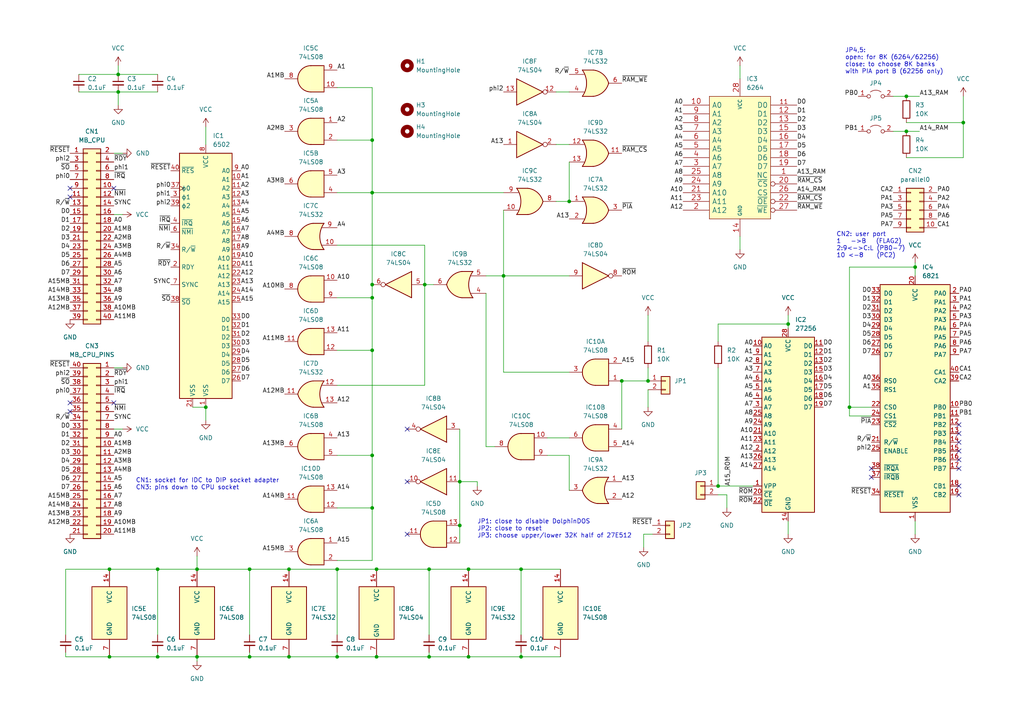
<source format=kicad_sch>
(kicad_sch (version 20211123) (generator eeschema)
  (paper "A4")
  (title_block (title "DolphinDOS3") (date "2024-05-01") (rev "2") (company "SilverDream! & YTM Enterprises") (comment 1 "https://e4aws.silverdr.com/projects/dolphindos3/") (comment 2 "by Maciej Witkowiak <ytm@elysium.pl>") (comment 3 "redrawn in KiCad with changes"))
  (junction (at 34.29 26.67))
  (junction (at 124.46 190.5))
  (junction (at 45.72 190.5))
  (junction (at 107.95 86.36))
  (junction (at 124.46 165.1))
  (junction (at 133.35 139.7))
  (junction (at 123.19 82.55))
  (junction (at 151.13 190.5))
  (junction (at 57.15 190.5))
  (junction (at 146.05 80.01))
  (junction (at 31.75 165.1))
  (junction (at 107.95 147.32))
  (junction (at 265.43 77.47))
  (junction (at 45.72 165.1))
  (junction (at 107.95 101.6))
  (junction (at 109.22 190.5))
  (junction (at 72.39 165.1))
  (junction (at 135.89 165.1))
  (junction (at 135.89 190.5))
  (junction (at 59.69 118.11))
  (junction (at 246.38 118.11))
  (junction (at 165.1 58.42))
  (junction (at 262.89 38.1))
  (junction (at 187.96 110.49))
  (junction (at 83.82 190.5))
  (junction (at 72.39 190.5))
  (junction (at 57.15 165.1))
  (junction (at 109.22 165.1))
  (junction (at 83.82 165.1))
  (junction (at 97.79 165.1))
  (junction (at 107.95 82.55))
  (junction (at 107.95 40.64))
  (junction (at 151.13 165.1))
  (junction (at 107.95 55.88))
  (junction (at 262.89 27.94))
  (junction (at 180.34 110.49))
  (junction (at 208.28 140.97))
  (junction (at 34.29 21.59))
  (junction (at 133.35 152.4))
  (junction (at 31.75 190.5))
  (junction (at 228.6 93.98))
  (junction (at 97.79 190.5))
  (junction (at 107.95 132.08))
  (junction (at 279.4 35.56))
  (no_connect (at 278.13 135.89))
  (no_connect (at 278.13 128.27))
  (no_connect (at 33.02 54.61))
  (no_connect (at 118.11 154.94))
  (no_connect (at 278.13 130.81))
  (no_connect (at 278.13 123.19))
  (no_connect (at 20.32 54.61))
  (no_connect (at 278.13 143.51))
  (no_connect (at 118.11 124.46))
  (no_connect (at 278.13 125.73))
  (no_connect (at 278.13 140.97))
  (no_connect (at 252.73 135.89))
  (no_connect (at 20.32 116.84))
  (no_connect (at 278.13 133.35))
  (no_connect (at 20.32 57.15))
  (no_connect (at 33.02 116.84))
  (no_connect (at 20.32 119.38))
  (no_connect (at 252.73 138.43))
  (no_connect (at 118.11 139.7))
  (wire (pts (xy 262.89 27.94) (xy 266.7 27.94)))
  (wire (pts (xy 228.6 151.13) (xy 228.6 154.94)))
  (wire (pts (xy 151.13 165.1) (xy 162.56 165.1)))
  (wire (pts (xy 107.95 132.08) (xy 107.95 101.6)))
  (wire (pts (xy 187.96 106.68) (xy 187.96 110.49)))
  (wire (pts (xy 140.97 80.01) (xy 146.05 80.01)))
  (wire (pts (xy 19.05 165.1) (xy 31.75 165.1)))
  (wire (pts (xy 123.19 82.55) (xy 123.19 71.12)))
  (wire (pts (xy 138.43 140.97) (xy 138.43 139.7)))
  (wire (pts (xy 214.63 19.05) (xy 214.63 22.86)))
  (wire (pts (xy 123.19 82.55) (xy 125.73 82.55)))
  (wire (pts (xy 246.38 77.47) (xy 265.43 77.47)))
  (wire (pts (xy 265.43 77.47) (xy 265.43 80.01)))
  (wire (pts (xy 45.72 165.1) (xy 45.72 184.15)))
  (wire (pts (xy 97.79 101.6) (xy 107.95 101.6)))
  (wire (pts (xy 31.75 165.1) (xy 45.72 165.1)))
  (wire (pts (xy 97.79 55.88) (xy 107.95 55.88)))
  (wire (pts (xy 135.89 190.5) (xy 151.13 190.5)))
  (wire (pts (xy 97.79 165.1) (xy 109.22 165.1)))
  (wire (pts (xy 124.46 190.5) (xy 135.89 190.5)))
  (wire (pts (xy 22.86 21.59) (xy 34.29 21.59)))
  (wire (pts (xy 165.1 142.24) (xy 165.1 132.08)))
  (wire (pts (xy 214.63 68.58) (xy 214.63 72.39)))
  (wire (pts (xy 97.79 40.64) (xy 107.95 40.64)))
  (wire (pts (xy 265.43 76.2) (xy 265.43 77.47)))
  (wire (pts (xy 72.39 165.1) (xy 83.82 165.1)))
  (wire (pts (xy 262.89 35.56) (xy 279.4 35.56)))
  (wire (pts (xy 33.02 44.45) (xy 35.56 44.45)))
  (wire (pts (xy 57.15 190.5) (xy 72.39 190.5)))
  (wire (pts (xy 161.29 26.67) (xy 165.1 26.67)))
  (wire (pts (xy 97.79 162.56) (xy 107.95 162.56)))
  (wire (pts (xy 97.79 25.4) (xy 107.95 25.4)))
  (wire (pts (xy 151.13 165.1) (xy 151.13 184.15)))
  (wire (pts (xy 97.79 147.32) (xy 107.95 147.32)))
  (wire (pts (xy 97.79 111.76) (xy 123.19 111.76)))
  (wire (pts (xy 140.97 129.54) (xy 140.97 85.09)))
  (wire (pts (xy 133.35 139.7) (xy 133.35 152.4)))
  (wire (pts (xy 33.02 106.68) (xy 35.56 106.68)))
  (wire (pts (xy 33.02 62.23) (xy 35.56 62.23)))
  (wire (pts (xy 97.79 132.08) (xy 107.95 132.08)))
  (wire (pts (xy 186.69 154.94) (xy 189.23 154.94)))
  (wire (pts (xy 180.34 110.49) (xy 187.96 110.49)))
  (wire (pts (xy 107.95 162.56) (xy 107.95 147.32)))
  (wire (pts (xy 55.88 118.11) (xy 59.69 118.11)))
  (wire (pts (xy 34.29 26.67) (xy 34.29 30.48)))
  (wire (pts (xy 124.46 165.1) (xy 135.89 165.1)))
  (wire (pts (xy 246.38 118.11) (xy 252.73 118.11)))
  (wire (pts (xy 97.79 190.5) (xy 109.22 190.5)))
  (wire (pts (xy 59.69 36.83) (xy 59.69 41.91)))
  (wire (pts (xy 31.75 190.5) (xy 45.72 190.5)))
  (wire (pts (xy 22.86 26.67) (xy 34.29 26.67)))
  (wire (pts (xy 262.89 38.1) (xy 266.7 38.1)))
  (wire (pts (xy 45.72 189.23) (xy 45.72 190.5)))
  (wire (pts (xy 161.29 41.91) (xy 165.1 41.91)))
  (wire (pts (xy 146.05 60.96) (xy 146.05 80.01)))
  (wire (pts (xy 151.13 189.23) (xy 151.13 190.5)))
  (wire (pts (xy 265.43 151.13) (xy 265.43 154.94)))
  (wire (pts (xy 72.39 190.5) (xy 83.82 190.5)))
  (wire (pts (xy 107.95 25.4) (xy 107.95 40.64)))
  (wire (pts (xy 45.72 190.5) (xy 57.15 190.5)))
  (wire (pts (xy 19.05 184.15) (xy 19.05 165.1)))
  (wire (pts (xy 146.05 80.01) (xy 165.1 80.01)))
  (wire (pts (xy 228.6 93.98) (xy 228.6 95.25)))
  (wire (pts (xy 279.4 45.72) (xy 279.4 35.56)))
  (wire (pts (xy 246.38 77.47) (xy 246.38 118.11)))
  (wire (pts (xy 262.89 45.72) (xy 279.4 45.72)))
  (wire (pts (xy 259.08 27.94) (xy 262.89 27.94)))
  (wire (pts (xy 208.28 93.98) (xy 228.6 93.98)))
  (wire (pts (xy 210.82 143.51) (xy 208.28 143.51)))
  (wire (pts (xy 59.69 118.11) (xy 59.69 121.92)))
  (wire (pts (xy 107.95 55.88) (xy 107.95 82.55)))
  (wire (pts (xy 107.95 55.88) (xy 146.05 55.88)))
  (wire (pts (xy 124.46 189.23) (xy 124.46 190.5)))
  (wire (pts (xy 107.95 101.6) (xy 107.95 86.36)))
  (wire (pts (xy 208.28 99.06) (xy 208.28 93.98)))
  (wire (pts (xy 124.46 184.15) (xy 124.46 165.1)))
  (wire (pts (xy 208.28 140.97) (xy 218.44 140.97)))
  (wire (pts (xy 151.13 190.5) (xy 162.56 190.5)))
  (wire (pts (xy 34.29 21.59) (xy 45.72 21.59)))
  (wire (pts (xy 123.19 111.76) (xy 123.19 82.55)))
  (wire (pts (xy 246.38 120.65) (xy 246.38 118.11)))
  (wire (pts (xy 123.19 71.12) (xy 97.79 71.12)))
  (wire (pts (xy 279.4 35.56) (xy 279.4 27.94)))
  (wire (pts (xy 19.05 190.5) (xy 31.75 190.5)))
  (wire (pts (xy 19.05 189.23) (xy 19.05 190.5)))
  (wire (pts (xy 187.96 113.03) (xy 187.96 118.11)))
  (wire (pts (xy 165.1 132.08) (xy 158.75 132.08)))
  (wire (pts (xy 107.95 40.64) (xy 107.95 55.88)))
  (wire (pts (xy 180.34 110.49) (xy 180.34 124.46)))
  (wire (pts (xy 72.39 189.23) (xy 72.39 190.5)))
  (wire (pts (xy 252.73 120.65) (xy 246.38 120.65)))
  (wire (pts (xy 228.6 91.44) (xy 228.6 93.98)))
  (wire (pts (xy 133.35 124.46) (xy 133.35 139.7)))
  (wire (pts (xy 83.82 165.1) (xy 97.79 165.1)))
  (wire (pts (xy 158.75 127) (xy 165.1 127)))
  (wire (pts (xy 186.69 158.75) (xy 186.69 154.94)))
  (wire (pts (xy 107.95 147.32) (xy 107.95 132.08)))
  (wire (pts (xy 161.29 58.42) (xy 165.1 58.42)))
  (wire (pts (xy 107.95 86.36) (xy 107.95 82.55)))
  (wire (pts (xy 146.05 107.95) (xy 146.05 80.01)))
  (wire (pts (xy 135.89 165.1) (xy 151.13 165.1)))
  (wire (pts (xy 165.1 46.99) (xy 165.1 58.42)))
  (wire (pts (xy 208.28 106.68) (xy 208.28 140.97)))
  (wire (pts (xy 33.02 124.46) (xy 35.56 124.46)))
  (wire (pts (xy 165.1 107.95) (xy 146.05 107.95)))
  (wire (pts (xy 45.72 165.1) (xy 57.15 165.1)))
  (wire (pts (xy 109.22 165.1) (xy 124.46 165.1)))
  (wire (pts (xy 187.96 91.44) (xy 187.96 99.06)))
  (wire (pts (xy 57.15 190.5) (xy 57.15 191.77)))
  (wire (pts (xy 97.79 189.23) (xy 97.79 190.5)))
  (wire (pts (xy 133.35 152.4) (xy 133.35 157.48)))
  (wire (pts (xy 138.43 139.7) (xy 133.35 139.7)))
  (wire (pts (xy 109.22 190.5) (xy 124.46 190.5)))
  (wire (pts (xy 97.79 86.36) (xy 107.95 86.36)))
  (wire (pts (xy 97.79 165.1) (xy 97.79 184.15)))
  (wire (pts (xy 259.08 38.1) (xy 262.89 38.1)))
  (wire (pts (xy 210.82 147.32) (xy 210.82 143.51)))
  (wire (pts (xy 34.29 19.05) (xy 34.29 21.59)))
  (wire (pts (xy 143.51 129.54) (xy 140.97 129.54)))
  (wire (pts (xy 72.39 184.15) (xy 72.39 165.1)))
  (wire (pts (xy 57.15 165.1) (xy 72.39 165.1)))
  (wire (pts (xy 57.15 161.29) (xy 57.15 165.1)))
  (wire (pts (xy 34.29 26.67) (xy 45.72 26.67)))
  (wire (pts (xy 83.82 190.5) (xy 97.79 190.5)))
  (text "CN2: user port\n1   ->B   (FLAG2)\n2:9<->C:L (PB0-7)\n10 <-8    (PC2)" (at 242.57 74.93 0) (effects (font (size 1.27 1.27)) (justify left bottom)))
  (text "JP4,5:\nopen: for 8K (6264/62256)\nclose: to choose 8K banks\nwith PIA port B (62256 only)" (at 245.11 21.59 0) (effects (font (size 1.27 1.27)) (justify left bottom)))
  (text "CN1: socket for IDC to DIP socket adapter\nCN3: pins down to CPU socket" (at 39.37 142.24 0) (effects (font (size 1.27 1.27)) (justify left bottom)))
  (text "JP1: close to disable DolphinDOS\nJP2: close to reset\nJP3: choose upper/lower 32K half of 27E512" (at 138.43 156.21 0) (effects (font (size 1.27 1.27)) (justify left bottom)))
  (label "phi0" (at 49.53 54.61 180))
  (label "A10" (at 69.85 74.93 0))
  (label "A14_RAM" (at 266.7 38.1 0))
  (label "A6" (at 198.12 45.72 180))
  (label "A12" (at 198.12 60.96 180))
  (label "A15" (at 180.34 105.41 0))
  (label "R{slash}~{W}" (at 20.32 121.92 180))
  (label "D3" (at 231.14 38.1 0))
  (label "A12" (at 97.79 116.84 0))
  (label "A7" (at 198.12 48.26 180))
  (label "A13" (at 69.85 82.55 0))
  (label "D5" (at 69.85 105.41 0))
  (label "A2" (at 218.44 105.41 180))
  (label "D1" (at 252.73 87.63 180))
  (label "A13MB" (at 82.55 129.54 180))
  (label "~{RDY}" (at 33.02 46.99 0))
  (label "phi1" (at 33.02 49.53 0))
  (label "A13" (at 146.05 41.91 180))
  (label "D3" (at 252.73 92.71 180))
  (label "D4" (at 231.14 40.64 0))
  (label "A11MB" (at 33.02 154.94 0))
  (label "D6" (at 69.85 107.95 0))
  (label "phi2" (at 252.73 130.81 180))
  (label "D5" (at 252.73 97.79 180))
  (label "PA6" (at 271.78 63.5 0))
  (label "D1" (at 20.32 64.77 180))
  (label "A12" (at 69.85 80.01 0))
  (label "~{RESET}" (at 189.23 152.4 180))
  (label "A10" (at 97.79 81.28 0))
  (label "PB0" (at 278.13 118.11 0))
  (label "PA3" (at 259.08 60.96 180))
  (label "PA1" (at 259.08 58.42 180))
  (label "D1" (at 231.14 33.02 0))
  (label "phi2" (at 20.32 46.99 180))
  (label "D2" (at 238.76 105.41 0))
  (label "~{SO}" (at 20.32 111.76 180))
  (label "R{slash}~{W}" (at 252.73 128.27 180))
  (label "D6" (at 252.73 100.33 180))
  (label "A13MB" (at 20.32 87.63 180))
  (label "A2" (at 198.12 35.56 180))
  (label "A2" (at 97.79 35.56 0))
  (label "A9" (at 218.44 123.19 180))
  (label "~{ROM}" (at 218.44 146.05 180))
  (label "A4" (at 69.85 59.69 0))
  (label "D4" (at 252.73 95.25 180))
  (label "~{NMI}" (at 33.02 119.38 0))
  (label "D0" (at 69.85 92.71 0))
  (label "A5" (at 218.44 113.03 180))
  (label "phi0" (at 20.32 114.3 180))
  (label "~{RDY}" (at 49.53 77.47 180))
  (label "D1" (at 69.85 95.25 0))
  (label "D7" (at 69.85 110.49 0))
  (label "A15_ROM" (at 212.09 140.97 90))
  (label "D1" (at 238.76 102.87 0))
  (label "~{NMI}" (at 49.53 67.31 180))
  (label "A13" (at 165.1 63.5 180))
  (label "~{ROM}" (at 218.44 143.51 180))
  (label "D3" (at 20.32 69.85 180))
  (label "A0" (at 33.02 64.77 0))
  (label "D0" (at 252.73 85.09 180))
  (label "A15MB" (at 20.32 144.78 180))
  (label "PB0" (at 248.92 27.94 180))
  (label "D1" (at 20.32 127 180))
  (label "D2" (at 20.32 129.54 180))
  (label "A15MB" (at 82.55 160.02 180))
  (label "A14MB" (at 20.32 85.09 180))
  (label "A9" (at 198.12 53.34 180))
  (label "D4" (at 20.32 134.62 180))
  (label "A10MB" (at 33.02 152.4 0))
  (label "D6" (at 231.14 45.72 0))
  (label "A10MB" (at 82.55 83.82 180))
  (label "PA7" (at 259.08 66.04 180))
  (label "A13" (at 97.79 127 0))
  (label "A1" (at 252.73 113.03 180))
  (label "A1" (at 198.12 33.02 180))
  (label "A7" (at 218.44 118.11 180))
  (label "~{ROM}" (at 180.34 80.01 0))
  (label "A6" (at 33.02 142.24 0))
  (label "A8" (at 69.85 69.85 0))
  (label "R{slash}~{W}" (at 165.1 21.59 180))
  (label "D0" (at 20.32 124.46 180))
  (label "A3MB" (at 33.02 134.62 0))
  (label "A2" (at 69.85 54.61 0))
  (label "A2MB" (at 82.55 38.1 180))
  (label "A0" (at 33.02 127 0))
  (label "PA2" (at 278.13 90.17 0))
  (label "A3" (at 218.44 107.95 180))
  (label "PA5" (at 259.08 63.5 180))
  (label "phi1" (at 33.02 111.76 0))
  (label "A6" (at 218.44 115.57 180))
  (label "A8" (at 198.12 50.8 180))
  (label "A3" (at 69.85 57.15 0))
  (label "SYNC" (at 33.02 59.69 0))
  (label "D7" (at 252.73 102.87 180))
  (label "A5" (at 198.12 43.18 180))
  (label "~{PIA}" (at 180.34 60.96 0))
  (label "A11MB" (at 82.55 99.06 180))
  (label "D2" (at 231.14 35.56 0))
  (label "A1MB" (at 33.02 129.54 0))
  (label "A11MB" (at 33.02 92.71 0))
  (label "PA2" (at 271.78 58.42 0))
  (label "D0" (at 20.32 62.23 180))
  (label "A5" (at 69.85 62.23 0))
  (label "~{PIA}" (at 252.73 123.19 180))
  (label "D7" (at 20.32 142.24 180))
  (label "A0" (at 69.85 49.53 0))
  (label "R{slash}~{W}" (at 49.53 72.39 180))
  (label "A14" (at 218.44 135.89 180))
  (label "A0" (at 198.12 30.48 180))
  (label "A15" (at 69.85 87.63 0))
  (label "A9" (at 69.85 72.39 0))
  (label "phi2" (at 49.53 59.69 180))
  (label "A4" (at 198.12 40.64 180))
  (label "A14" (at 69.85 85.09 0))
  (label "A4" (at 97.79 66.04 0))
  (label "D7" (at 238.76 118.11 0))
  (label "A15MB" (at 20.32 82.55 180))
  (label "A3MB" (at 82.55 53.34 180))
  (label "A13" (at 218.44 133.35 180))
  (label "D6" (at 20.32 139.7 180))
  (label "A12MB" (at 82.55 114.3 180))
  (label "PA0" (at 271.78 55.88 0))
  (label "SYNC" (at 49.53 82.55 180))
  (label "D4" (at 69.85 102.87 0))
  (label "~{RAM_CS}" (at 180.34 44.45 0))
  (label "A0" (at 252.73 110.49 180))
  (label "A0" (at 218.44 100.33 180))
  (label "CA1" (at 278.13 107.95 0))
  (label "D5" (at 20.32 137.16 180))
  (label "A4MB" (at 33.02 137.16 0))
  (label "A9" (at 33.02 149.86 0))
  (label "CA1" (at 271.78 66.04 0))
  (label "A1MB" (at 33.02 67.31 0))
  (label "A11" (at 97.79 96.52 0))
  (label "~{RESET}" (at 252.73 143.51 180))
  (label "A8" (at 218.44 120.65 180))
  (label "A14_RAM" (at 231.14 55.88 0))
  (label "PB1" (at 248.92 38.1 180))
  (label "~{RAM_CS}" (at 231.14 53.34 0))
  (label "R{slash}~{W}" (at 20.32 59.69 180))
  (label "~{RESET}" (at 20.32 106.68 180))
  (label "A5" (at 33.02 77.47 0))
  (label "A7" (at 33.02 82.55 0))
  (label "phi0" (at 20.32 52.07 180))
  (label "A8" (at 33.02 147.32 0))
  (label "D4" (at 238.76 110.49 0))
  (label "A14" (at 97.79 142.24 0))
  (label "~{RESET}" (at 20.32 44.45 180))
  (label "PA5" (at 278.13 97.79 0))
  (label "A13_RAM" (at 266.7 27.94 0))
  (label "A12MB" (at 20.32 152.4 180))
  (label "A4MB" (at 33.02 74.93 0))
  (label "A14" (at 180.34 129.54 0))
  (label "A10" (at 218.44 125.73 180))
  (label "A14MB" (at 20.32 147.32 180))
  (label "phi2" (at 146.05 26.67 180))
  (label "A4MB" (at 82.55 68.58 180))
  (label "A4" (at 218.44 110.49 180))
  (label "A9" (at 33.02 87.63 0))
  (label "PA4" (at 278.13 95.25 0))
  (label "~{NMI}" (at 33.02 57.15 0))
  (label "CA2" (at 259.08 55.88 180))
  (label "A6" (at 33.02 80.01 0))
  (label "D5" (at 20.32 74.93 180))
  (label "A3" (at 97.79 50.8 0))
  (label "A8" (at 33.02 85.09 0))
  (label "A15" (at 97.79 157.48 0))
  (label "CA2" (at 278.13 110.49 0))
  (label "A1MB" (at 82.55 22.86 180))
  (label "A1" (at 69.85 52.07 0))
  (label "A10" (at 198.12 55.88 180))
  (label "PA7" (at 278.13 102.87 0))
  (label "PA6" (at 278.13 100.33 0))
  (label "A2MB" (at 33.02 132.08 0))
  (label "~{RAM_CS}" (at 231.14 58.42 0))
  (label "D5" (at 238.76 113.03 0))
  (label "phi1" (at 49.53 57.15 180))
  (label "~{IRQ}" (at 49.53 64.77 180))
  (label "A7" (at 33.02 144.78 0))
  (label "PB1" (at 278.13 120.65 0))
  (label "~{RAM_WE}" (at 180.34 24.13 0))
  (label "PA1" (at 278.13 87.63 0))
  (label "D3" (at 238.76 107.95 0))
  (label "A12" (at 218.44 130.81 180))
  (label "PA0" (at 278.13 85.09 0))
  (label "A11" (at 69.85 77.47 0))
  (label "A6" (at 69.85 64.77 0))
  (label "A10MB" (at 33.02 90.17 0))
  (label "PA3" (at 278.13 92.71 0))
  (label "~{SO}" (at 49.53 87.63 180))
  (label "~{IRQ}" (at 33.02 114.3 0))
  (label "D7" (at 231.14 48.26 0))
  (label "D4" (at 20.32 72.39 180))
  (label "D6" (at 20.32 77.47 180))
  (label "A1" (at 97.79 20.32 0))
  (label "A5" (at 33.02 139.7 0))
  (label "A12" (at 180.34 144.78 0))
  (label "SYNC" (at 33.02 121.92 0))
  (label "D2" (at 252.73 90.17 180))
  (label "D2" (at 20.32 67.31 180))
  (label "A1" (at 218.44 102.87 180))
  (label "A13" (at 180.34 139.7 0))
  (label "A7" (at 69.85 67.31 0))
  (label "D5" (at 231.14 43.18 0))
  (label "D3" (at 20.32 132.08 180))
  (label "A13MB" (at 20.32 149.86 180))
  (label "A14MB" (at 82.55 144.78 180))
  (label "A13_RAM" (at 231.14 50.8 0))
  (label "D6" (at 238.76 115.57 0))
  (label "D3" (at 69.85 100.33 0))
  (label "D0" (at 238.76 100.33 0))
  (label "A3" (at 198.12 38.1 180))
  (label "A11" (at 218.44 128.27 180))
  (label "phi2" (at 20.32 109.22 180))
  (label "D2" (at 69.85 97.79 0))
  (label "A3MB" (at 33.02 72.39 0))
  (label "~{RDY}" (at 33.02 109.22 0))
  (label "D7" (at 20.32 80.01 180))
  (label "~{RAM_WE}" (at 231.14 60.96 0))
  (label "PA4" (at 271.78 60.96 0))
  (label "A11" (at 198.12 58.42 180))
  (label "~{SO}" (at 20.32 49.53 180))
  (label "A2MB" (at 33.02 69.85 0))
  (label "D0" (at 231.14 30.48 0))
  (label "~{RESET}" (at 49.53 49.53 180))
  (label "A12MB" (at 20.32 90.17 180))
  (label "~{IRQ}" (at 33.02 52.07 0))
  (symbol (lib_id "74xx:74LS32") (at 133.35 82.55 180) (unit 2)
    (property "Reference" "IC9" (at 133.35 73.66 0))
    (property "Value" "74LS32" (at 133.35 76.2 0))
    (property "Footprint" "Package_DIP:DIP-14_W7.62mm_Socket" (effects hide))
    (property "Datasheet" "http://www.ti.com/lit/gpn/sn74LS32" (effects hide))
  )
  (symbol (lib_id "power:GND") (at 186.69 158.75 0) (unit 1)
    (property "Reference" "#PWR0101" (effects hide))
    (property "Value" "GND" (at 186.69 163.83 0))
  )
  (symbol (lib_id "74xx:74LS08") (at 172.72 127 0) (mirror y) (unit 2)
    (property "Reference" "IC10" (at 172.72 118.11 0))
    (property "Value" "74LS08" (at 172.72 120.65 0))
    (property "Footprint" "Package_DIP:DIP-14_W7.62mm_Socket" (effects hide))
    (property "Datasheet" "http://www.ti.com/lit/gpn/sn74LS08" (effects hide))
  )
  (symbol (lib_id "power:GND") (at 20.32 154.94 0) (unit 1)
    (property "Reference" "#PWR018" (effects hide))
    (property "Value" "GND" (at 20.32 160.02 0))
  )
  (symbol (lib_id "74xx:74LS08") (at 90.17 129.54 0) (mirror y) (unit 2)
    (property "Reference" "IC6" (at 90.17 120.65 0))
    (property "Value" "74LS08" (at 90.17 123.19 0))
    (property "Footprint" "Package_DIP:DIP-14_W7.62mm_Socket" (effects hide))
    (property "Datasheet" "http://www.ti.com/lit/gpn/sn74LS08" (effects hide))
  )
  (symbol (lib_id "Connector_Generic:Conn_01x02") (at 203.2 140.97 0) (mirror y) (unit 1)
    (property "Reference" "JP3" (at 203.2 137.16 0))
    (property "Value" "Conn_01x02" (effects hide))
    (property "Footprint" "Connector_PinHeader_2.54mm:PinHeader_1x02_P2.54mm_Vertical" (effects hide))
  )
  (symbol (lib_id "74xx:74LS08") (at 90.17 22.86 0) (mirror y) (unit 3)
    (property "Reference" "IC5" (at 90.17 13.97 0))
    (property "Value" "74LS08" (at 90.17 16.51 0))
    (property "Footprint" "Package_DIP:DIP-14_W7.62mm_Socket" (effects hide))
    (property "Datasheet" "http://www.ti.com/lit/gpn/sn74LS08" (effects hide))
  )
  (symbol (lib_id "Mechanical:MountingHole") (at 118.11 31.75 0) (unit 1)
    (property "Reference" "H3" (at 120.65 30.4799 0) (effects (justify left)))
    (property "Value" "MountingHole" (at 120.65 33.0199 0) (effects (justify left)))
    (property "Footprint" "MountingHole:MountingHole_3mm" (effects hide))
  )
  (symbol (lib_id "Device:C_Small") (at 19.05 186.69 0) (unit 1)
    (property "Reference" "C5" (at 21.59 185.4262 0) (effects (justify left)))
    (property "Value" "0.1uF" (at 21.59 187.9662 0) (effects (justify left)))
    (property "Footprint" "Capacitor_THT:C_Disc_D3.4mm_W2.1mm_P2.50mm" (effects hide))
  )
  (symbol (lib_id "74xx:74LS08") (at 90.17 144.78 180) (unit 4)
    (property "Reference" "IC10" (at 90.17 135.89 0))
    (property "Value" "74LS08" (at 90.17 138.43 0))
    (property "Footprint" "Package_DIP:DIP-14_W7.62mm_Socket" (effects hide))
    (property "Datasheet" "http://www.ti.com/lit/gpn/sn74LS08" (effects hide))
  )
  (symbol (lib_id "power:VCC") (at 34.29 19.05 0) (unit 1)
    (property "Reference" "#PWR016" (effects hide))
    (property "Value" "VCC" (at 34.29 13.97 0))
  )
  (symbol (lib_id "74xx:74LS04") (at 153.67 26.67 0) (unit 6)
    (property "Reference" "IC8" (at 153.67 17.78 0))
    (property "Value" "74LS04" (at 153.67 20.32 0))
    (property "Footprint" "Package_DIP:DIP-14_W7.62mm_Socket" (effects hide))
    (property "Datasheet" "http://www.ti.com/lit/gpn/sn74LS04" (effects hide))
  )
  (symbol (lib_id "Device:R") (at 187.96 102.87 180) (unit 1)
    (property "Reference" "R1" (at 190.5 101.5999 0) (effects (justify right)))
    (property "Value" "10K" (at 190.5 104.1399 0) (effects (justify right)))
    (property "Footprint" "Resistor_THT:R_Axial_DIN0207_L6.3mm_D2.5mm_P7.62mm_Horizontal" (effects hide))
  )
  (symbol (lib_id "Device:R") (at 262.89 41.91 180) (unit 1)
    (property "Reference" "R4" (at 265.43 40.6399 0) (effects (justify right)))
    (property "Value" "10K" (at 265.43 43.1799 0) (effects (justify right)))
    (property "Footprint" "Resistor_THT:R_Axial_DIN0207_L6.3mm_D2.5mm_P7.62mm_Horizontal" (effects hide))
  )
  (symbol (lib_id "74xx:74LS04") (at 125.73 124.46 180) (unit 2)
    (property "Reference" "IC8" (at 125.73 115.57 0))
    (property "Value" "74LS04" (at 125.73 118.11 0))
    (property "Footprint" "Package_DIP:DIP-14_W7.62mm_Socket" (effects hide))
    (property "Datasheet" "http://www.ti.com/lit/gpn/sn74LS04" (effects hide))
  )
  (symbol (lib_id "Jumper:Jumper_2_Open") (at 254 27.94 0) (unit 1)
    (property "Reference" "JP4" (at 254 24.13 0))
    (property "Value" "Jumper_2_Open" (effects hide))
    (property "Footprint" "Connector_PinHeader_2.54mm:PinHeader_1x02_P2.54mm_Vertical" (effects hide))
  )
  (symbol (lib_id "power:GND") (at 210.82 147.32 0) (mirror y) (unit 1)
    (property "Reference" "#PWR022" (effects hide))
    (property "Value" "GND" (at 210.82 152.4 0))
  )
  (symbol (lib_id "Device:C_Small") (at 34.29 24.13 0) (unit 1)
    (property "Reference" "C3" (at 36.83 22.8662 0) (effects (justify left)))
    (property "Value" "0.1uF" (at 36.83 25.4062 0) (effects (justify left)))
    (property "Footprint" "Capacitor_THT:C_Disc_D3.4mm_W2.1mm_P2.50mm" (effects hide))
  )
  (symbol (lib_id "power:VCC") (at 228.6 91.44 0) (unit 1)
    (property "Reference" "#PWR012" (effects hide))
    (property "Value" "VCC" (at 228.6 86.36 0))
  )
  (symbol (lib_id "74xx:74LS32") (at 172.72 60.96 0) (unit 1)
    (property "Reference" "IC7" (at 172.72 52.07 0))
    (property "Value" "74LS32" (at 172.72 54.61 0))
    (property "Footprint" "Package_DIP:DIP-14_W7.62mm_Socket" (effects hide))
    (property "Datasheet" "http://www.ti.com/lit/gpn/sn74LS32" (effects hide))
  )
  (symbol (lib_id "power:GND") (at 35.56 106.68 90) (unit 1)
    (property "Reference" "#PWR019" (effects hide))
    (property "Value" "GND" (at 39.37 106.6799 90) (effects (justify right)))
  )
  (symbol (lib_id "74xx:74LS04") (at 115.57 82.55 0) (mirror y) (unit 3)
    (property "Reference" "IC8" (at 115.57 73.66 0))
    (property "Value" "74LS04" (at 115.57 76.2 0))
    (property "Footprint" "Package_DIP:DIP-14_W7.62mm_Socket" (effects hide))
    (property "Datasheet" "http://www.ti.com/lit/gpn/sn74LS04" (effects hide))
  )
  (symbol (lib_id "power:VCC") (at 57.15 161.29 0) (unit 1)
    (property "Reference" "#PWR04" (effects hide))
    (property "Value" "VCC" (at 57.15 156.21 0))
  )
  (symbol (lib_id "74xx:74LS08") (at 90.17 99.06 180) (unit 4)
    (property "Reference" "IC6" (at 90.17 90.17 0))
    (property "Value" "74LS08" (at 90.17 92.71 0))
    (property "Footprint" "Package_DIP:DIP-14_W7.62mm_Socket" (effects hide))
    (property "Datasheet" "http://www.ti.com/lit/gpn/sn74LS08" (effects hide))
  )
  (symbol (lib_id "power:GND") (at 57.15 191.77 0) (unit 1)
    (property "Reference" "#PWR05" (effects hide))
    (property "Value" "GND" (at 57.15 196.85 0))
  )
  (symbol (lib_id "74xx:74LS08") (at 90.17 160.02 0) (mirror y) (unit 1)
    (property "Reference" "IC6" (at 90.17 151.13 0))
    (property "Value" "74LS08" (at 90.17 153.67 0))
    (property "Footprint" "Package_DIP:DIP-14_W7.62mm_Socket" (effects hide))
    (property "Datasheet" "http://www.ti.com/lit/gpn/sn74LS08" (effects hide))
  )
  (symbol (lib_id "Mechanical:MountingHole") (at 118.11 38.1 0) (unit 1)
    (property "Reference" "H4" (at 120.65 36.8299 0) (effects (justify left)))
    (property "Value" "MountingHole" (at 120.65 39.3699 0) (effects (justify left)))
    (property "Footprint" "MountingHole:MountingHole_3mm" (effects hide))
  )
  (symbol (lib_id "74xx:74LS32") (at 90.17 68.58 0) (mirror y) (unit 3)
    (property "Reference" "IC7" (at 90.17 59.69 0))
    (property "Value" "74LS32" (at 90.17 62.23 0))
    (property "Footprint" "Package_DIP:DIP-14_W7.62mm_Socket" (effects hide))
    (property "Datasheet" "http://www.ti.com/lit/gpn/sn74LS32" (effects hide))
  )
  (symbol (lib_id "power:GND") (at 34.29 30.48 0) (unit 1)
    (property "Reference" "#PWR017" (effects hide))
    (property "Value" "GND" (at 34.29 35.56 0))
  )
  (symbol (lib_id "power:GND") (at 138.43 140.97 0) (unit 1)
    (property "Reference" "#PWR021" (effects hide))
    (property "Value" "GND" (at 138.43 146.05 0))
  )
  (symbol (lib_id "Device:C_Small") (at 72.39 186.69 0) (unit 1)
    (property "Reference" "C7" (at 74.93 185.4262 0) (effects (justify left)))
    (property "Value" "0.1uF" (at 74.93 187.9662 0) (effects (justify left)))
    (property "Footprint" "Capacitor_THT:C_Disc_D3.4mm_W2.1mm_P2.50mm" (effects hide))
  )
  (symbol (lib_id "Connector_Generic:Conn_02x05_Odd_Even") (at 264.16 60.96 0) (unit 1)
    (property "Reference" "CN2" (at 265.43 49.53 0))
    (property "Value" "parallel0" (at 265.43 52.07 0))
    (property "Footprint" "Connector_IDC:IDC-Header_2x05_P2.54mm_Vertical" (effects hide))
  )
  (symbol (lib_id "74xx:74LS08") (at 90.17 53.34 180) (unit 2)
    (property "Reference" "IC5" (at 90.17 44.45 0))
    (property "Value" "74LS08" (at 90.17 46.99 0))
    (property "Footprint" "Package_DIP:DIP-14_W7.62mm_Socket" (effects hide))
    (property "Datasheet" "http://www.ti.com/lit/gpn/sn74LS08" (effects hide))
  )
  (symbol (lib_id "Memory_EPROM:27256") (at 228.6 123.19 0) (unit 1)
    (property "Reference" "IC2" (at 230.6194 92.71 0) (effects (justify left)))
    (property "Value" "27256" (at 230.6194 95.25 0) (effects (justify left)))
    (property "Footprint" "Package_DIP:DIP-28_W15.24mm_Socket" (effects hide))
    (property "Datasheet" "http://datasheet.octopart.com/D27256-2-Intel-datasheet-17852618.pdf" (effects hide))
  )
  (symbol (lib_id "74xx:74LS08") (at 151.13 129.54 180) (unit 3)
    (property "Reference" "IC10" (at 151.13 120.65 0))
    (property "Value" "74LS08" (at 151.13 123.19 0))
    (property "Footprint" "Package_DIP:DIP-14_W7.62mm_Socket" (effects hide))
    (property "Datasheet" "http://www.ti.com/lit/gpn/sn74LS08" (effects hide))
  )
  (symbol (lib_id "Device:C_Small") (at 124.46 186.69 0) (unit 1)
    (property "Reference" "C9" (at 127 185.4262 0) (effects (justify left)))
    (property "Value" "0.1uF" (at 127 187.9662 0) (effects (justify left)))
    (property "Footprint" "Capacitor_THT:C_Disc_D3.4mm_W2.1mm_P2.50mm" (effects hide))
  )
  (symbol (lib_id "Connector_Generic:Conn_01x02") (at 194.31 152.4 0) (unit 1)
    (property "Reference" "JP2" (at 196.85 152.3999 0) (effects (justify left)))
    (property "Value" "Conn_01x02" (effects hide))
    (property "Footprint" "Connector_PinHeader_2.54mm:PinHeader_1x02_P2.54mm_Vertical" (effects hide))
  )
  (symbol (lib_id "power:VCC") (at 59.69 36.83 0) (unit 1)
    (property "Reference" "#PWR06" (effects hide))
    (property "Value" "VCC" (at 59.69 31.75 0))
  )
  (symbol (lib_id "74xx:74LS04") (at 153.67 41.91 0) (mirror x) (unit 1)
    (property "Reference" "IC8" (at 153.67 33.02 0))
    (property "Value" "74LS04" (at 153.67 35.56 0))
    (property "Footprint" "Package_DIP:DIP-14_W7.62mm_Socket" (effects hide))
    (property "Datasheet" "http://www.ti.com/lit/gpn/sn74LS04" (effects hide))
  )
  (symbol (lib_id "74xx:74LS08") (at 162.56 177.8 0) (mirror y) (unit 5)
    (property "Reference" "IC10" (at 168.91 176.5299 0) (effects (justify right)))
    (property "Value" "74LS08" (at 168.91 179.0699 0) (effects (justify right)))
    (property "Footprint" "Package_DIP:DIP-14_W7.62mm_Socket" (effects hide))
    (property "Datasheet" "http://www.ti.com/lit/gpn/sn74LS08" (effects hide))
  )
  (symbol (lib_id "74xx:74LS08") (at 90.17 83.82 180) (unit 3)
    (property "Reference" "IC6" (at 90.17 74.93 0))
    (property "Value" "74LS08" (at 90.17 77.47 0))
    (property "Footprint" "Package_DIP:DIP-14_W7.62mm_Socket" (effects hide))
    (property "Datasheet" "http://www.ti.com/lit/gpn/sn74LS08" (effects hide))
  )
  (symbol (lib_id "Connector_Generic:Conn_01x02") (at 193.04 110.49 0) (unit 1)
    (property "Reference" "JP1" (at 195.58 110.4899 0) (effects (justify left)))
    (property "Value" "Conn_01x02" (effects hide))
    (property "Footprint" "Connector_PinHeader_2.54mm:PinHeader_1x02_P2.54mm_Vertical" (effects hide))
  )
  (symbol (lib_id "power:VCC") (at 35.56 124.46 270) (unit 1)
    (property "Reference" "#PWR020" (effects hide))
    (property "Value" "VCC" (at 39.37 124.4599 90) (effects (justify left)))
  )
  (symbol (lib_id "74xx:74LS32") (at 172.72 44.45 0) (unit 4)
    (property "Reference" "IC9" (at 172.72 35.56 0))
    (property "Value" "74LS32" (at 172.72 38.1 0))
    (property "Footprint" "Package_DIP:DIP-14_W7.62mm_Socket" (effects hide))
    (property "Datasheet" "http://www.ti.com/lit/gpn/sn74LS32" (effects hide))
  )
  (symbol (lib_id "Jumper:Jumper_2_Open") (at 254 38.1 0) (unit 1)
    (property "Reference" "JP5" (at 254 34.29 0))
    (property "Value" "Jumper_2_Open" (effects hide))
    (property "Footprint" "Connector_PinHeader_2.54mm:PinHeader_1x02_P2.54mm_Vertical" (effects hide))
  )
  (symbol (lib_id "Device:C_Small") (at 97.79 186.69 0) (unit 1)
    (property "Reference" "C8" (at 100.33 185.4262 0) (effects (justify left)))
    (property "Value" "0.1uF" (at 100.33 187.9662 0) (effects (justify left)))
    (property "Footprint" "Capacitor_THT:C_Disc_D3.4mm_W2.1mm_P2.50mm" (effects hide))
  )
  (symbol (lib_id "74xx:74LS32") (at 90.17 114.3 0) (mirror y) (unit 4)
    (property "Reference" "IC7" (at 90.17 105.41 0))
    (property "Value" "74LS32" (at 90.17 107.95 0))
    (property "Footprint" "Package_DIP:DIP-14_W7.62mm_Socket" (effects hide))
    (property "Datasheet" "http://www.ti.com/lit/gpn/sn74LS32" (effects hide))
  )
  (symbol (lib_id "74xx:74LS08") (at 90.17 38.1 0) (mirror y) (unit 1)
    (property "Reference" "IC5" (at 90.17 29.21 0))
    (property "Value" "74LS08" (at 90.17 31.75 0))
    (property "Footprint" "Package_DIP:DIP-14_W7.62mm_Socket" (effects hide))
    (property "Datasheet" "http://www.ti.com/lit/gpn/sn74LS08" (effects hide))
  )
  (symbol (lib_id "power:VCC") (at 187.96 91.44 0) (unit 1)
    (property "Reference" "#PWR08" (effects hide))
    (property "Value" "VCC" (at 187.96 86.36 0))
  )
  (symbol (lib_id "74xx:74LS08") (at 125.73 154.94 180) (unit 4)
    (property "Reference" "IC5" (at 125.73 146.05 0))
    (property "Value" "74LS08" (at 125.73 148.59 0))
    (property "Footprint" "Package_DIP:DIP-14_W7.62mm_Socket" (effects hide))
    (property "Datasheet" "http://www.ti.com/lit/gpn/sn74LS08" (effects hide))
  )
  (symbol (lib_id "power:GND") (at 214.63 72.39 0) (unit 1)
    (property "Reference" "#PWR011" (effects hide))
    (property "Value" "GND" (at 214.63 77.47 0))
  )
  (symbol (lib_id "local_symbols:6264") (at 214.63 45.72 0) (unit 1)
    (property "Reference" "IC3" (at 216.5097 22.86 0) (effects (justify left)))
    (property "Value" "6264" (at 216.5097 25.4 0) (effects (justify left)))
    (property "Footprint" "Package_DIP:DIP-28_W15.24mm_Socket" (effects hide))
    (property "Datasheet" "https://datasheet.octopart.com/CY6264-70SNXC-Cypress-Semiconductor-datasheet-535075.pdf" (effects hide))
  )
  (symbol (lib_id "74xx:74LS32") (at 172.72 142.24 0) (mirror y) (unit 1)
    (property "Reference" "IC9" (at 172.72 133.35 0))
    (property "Value" "74LS32" (at 172.72 135.89 0))
    (property "Footprint" "Package_DIP:DIP-14_W7.62mm_Socket" (effects hide))
    (property "Datasheet" "http://www.ti.com/lit/gpn/sn74LS32" (effects hide))
  )
  (symbol (lib_id "Connector_Generic:Conn_02x20_Odd_Even") (at 25.4 67.31 0) (unit 1)
    (property "Reference" "CN1" (at 26.67 38.1 0))
    (property "Value" "MB_CPU" (at 26.67 40.64 0))
    (property "Footprint" "Connector_IDC:IDC-Header_2x20_P2.54mm_Vertical" (effects hide))
  )
  (symbol (lib_id "74xx:74LS04") (at 125.73 139.7 180) (unit 5)
    (property "Reference" "IC8" (at 125.73 130.81 0))
    (property "Value" "74LS04" (at 125.73 133.35 0))
    (property "Footprint" "Package_DIP:DIP-14_W7.62mm_Socket" (effects hide))
    (property "Datasheet" "http://www.ti.com/lit/gpn/sn74LS04" (effects hide))
  )
  (symbol (lib_id "74xx:74LS08") (at 172.72 107.95 180) (unit 1)
    (property "Reference" "IC10" (at 172.72 99.06 0))
    (property "Value" "74LS08" (at 172.72 101.6 0))
    (property "Footprint" "Package_DIP:DIP-14_W7.62mm_Socket" (effects hide))
    (property "Datasheet" "http://www.ti.com/lit/gpn/sn74LS08" (effects hide))
  )
  (symbol (lib_id "Device:C_Small") (at 45.72 186.69 0) (unit 1)
    (property "Reference" "C6" (at 48.26 185.4262 0) (effects (justify left)))
    (property "Value" "0.1uF" (at 48.26 187.9662 0) (effects (justify left)))
    (property "Footprint" "Capacitor_THT:C_Disc_D3.4mm_W2.1mm_P2.50mm" (effects hide))
  )
  (symbol (lib_id "power:VCC") (at 265.43 76.2 0) (unit 1)
    (property "Reference" "#PWR014" (effects hide))
    (property "Value" "VCC" (at 265.43 71.12 0))
  )
  (symbol (lib_id "power:VCC") (at 279.4 27.94 0) (unit 1)
    (property "Reference" "#PWR023" (effects hide))
    (property "Value" "VCC" (at 279.4 22.86 0))
  )
  (symbol (lib_id "PCM_65xx-library(ProjectLocal):6502") (at 59.69 80.01 0) (unit 1)
    (property "Reference" "IC1" (at 61.7094 39.37 0) (effects (justify left)))
    (property "Value" "6502" (at 61.7094 41.91 0) (effects (justify left)))
    (property "Footprint" "Package_DIP:DIP-40_W15.24mm_Socket" (effects hide))
    (property "Datasheet" "http://www.6502.org/documents/datasheets/mos/mos_6500_mpu_mar_1980.pdf" (effects hide))
  )
  (symbol (lib_id "power:GND") (at 265.43 154.94 0) (unit 1)
    (property "Reference" "#PWR015" (effects hide))
    (property "Value" "GND" (at 265.43 160.02 0))
  )
  (symbol (lib_id "Device:C_Small") (at 45.72 24.13 0) (unit 1)
    (property "Reference" "C4" (at 48.26 22.8662 0) (effects (justify left)))
    (property "Value" "0.1uF" (at 48.26 25.4062 0) (effects (justify left)))
    (property "Footprint" "Capacitor_THT:C_Disc_D3.4mm_W2.1mm_P2.50mm" (effects hide))
  )
  (symbol (lib_id "Device:C_Small") (at 22.86 24.13 0) (unit 1)
    (property "Reference" "C2" (at 25.4 22.8662 0) (effects (justify left)))
    (property "Value" "0.1uF" (at 25.4 25.4062 0) (effects (justify left)))
    (property "Footprint" "Capacitor_THT:C_Disc_D3.4mm_W2.1mm_P2.50mm" (effects hide))
  )
  (symbol (lib_id "74xx:74LS32") (at 172.72 24.13 0) (mirror x) (unit 2)
    (property "Reference" "IC7" (at 172.72 15.24 0))
    (property "Value" "74LS32" (at 172.72 17.78 0))
    (property "Footprint" "Package_DIP:DIP-14_W7.62mm_Socket" (effects hide))
    (property "Datasheet" "http://www.ti.com/lit/gpn/sn74LS32" (effects hide))
  )
  (symbol (lib_id "74xx:74LS08") (at 31.75 177.8 0) (mirror y) (unit 5)
    (property "Reference" "IC5" (at 38.1 176.5299 0) (effects (justify right)))
    (property "Value" "74LS08" (at 38.1 179.0699 0) (effects (justify right)))
    (property "Footprint" "Package_DIP:DIP-14_W7.62mm_Socket" (effects hide))
    (property "Datasheet" "http://www.ti.com/lit/gpn/sn74LS08" (effects hide))
  )
  (symbol (lib_id "power:GND") (at 59.69 121.92 0) (unit 1)
    (property "Reference" "#PWR07" (effects hide))
    (property "Value" "GND" (at 59.69 127 0))
  )
  (symbol (lib_id "power:GND") (at 20.32 92.71 0) (unit 1)
    (property "Reference" "#PWR01" (effects hide))
    (property "Value" "GND" (at 20.32 97.79 0))
  )
  (symbol (lib_id "Connector_Generic:Conn_02x20_Counter_Clockwise") (at 27.94 129.54 0) (mirror y) (unit 1)
    (property "Reference" "CN3" (at 26.67 100.33 0))
    (property "Value" "MB_CPU_PINS" (at 26.67 102.87 0))
    (property "Footprint" "Package_DIP:DIP-40_W15.24mm" (effects hide))
  )
  (symbol (lib_id "74xx:74LS08") (at 57.15 177.8 0) (unit 5)
    (property "Reference" "IC6" (at 63.5 176.5299 0) (effects (justify left)))
    (property "Value" "74LS08" (at 63.5 179.0699 0) (effects (justify left)))
    (property "Footprint" "Package_DIP:DIP-14_W7.62mm_Socket" (effects hide))
    (property "Datasheet" "http://www.ti.com/lit/gpn/sn74LS08" (effects hide))
  )
  (symbol (lib_id "power:VCC") (at 35.56 62.23 270) (unit 1)
    (property "Reference" "#PWR03" (effects hide))
    (property "Value" "VCC" (at 39.37 62.2299 90) (effects (justify left)))
  )
  (symbol (lib_id "Mechanical:MountingHole") (at 118.11 19.05 0) (unit 1)
    (property "Reference" "H1" (at 120.65 17.7799 0) (effects (justify left)))
    (property "Value" "MountingHole" (at 120.65 20.3199 0) (effects (justify left)))
    (property "Footprint" "MountingHole:MountingHole_3mm" (effects hide))
  )
  (symbol (lib_id "74xx:74LS04") (at 109.22 177.8 0) (unit 7)
    (property "Reference" "IC8" (at 115.57 176.5299 0) (effects (justify left)))
    (property "Value" "74LS04" (at 115.57 179.0699 0) (effects (justify left)))
    (property "Footprint" "Package_DIP:DIP-14_W7.62mm_Socket" (effects hide))
    (property "Datasheet" "http://www.ti.com/lit/gpn/sn74LS04" (effects hide))
  )
  (symbol (lib_id "74xx:74LS04") (at 172.72 80.01 0) (unit 4)
    (property "Reference" "IC8" (at 172.72 71.12 0))
    (property "Value" "74LS04" (at 172.72 73.66 0))
    (property "Footprint" "Package_DIP:DIP-14_W7.62mm_Socket" (effects hide))
    (property "Datasheet" "http://www.ti.com/lit/gpn/sn74LS04" (effects hide))
  )
  (symbol (lib_id "Device:C_Small") (at 151.13 186.69 0) (unit 1)
    (property "Reference" "C10" (at 153.67 185.4262 0) (effects (justify left)))
    (property "Value" "0.1uF" (at 153.67 187.9662 0) (effects (justify left)))
    (property "Footprint" "Capacitor_THT:C_Disc_D3.4mm_W2.1mm_P2.50mm" (effects hide))
  )
  (symbol (lib_id "power:GND") (at 35.56 44.45 90) (unit 1)
    (property "Reference" "#PWR02" (effects hide))
    (property "Value" "GND" (at 39.37 44.4499 90) (effects (justify right)))
  )
  (symbol (lib_id "power:VCC") (at 214.63 19.05 0) (unit 1)
    (property "Reference" "#PWR010" (effects hide))
    (property "Value" "VCC" (at 214.63 13.97 0))
  )
  (symbol (lib_id "Interface:6821") (at 265.43 115.57 0) (unit 1)
    (property "Reference" "IC4" (at 267.4494 77.47 0) (effects (justify left)))
    (property "Value" "6821" (at 267.4494 80.01 0) (effects (justify left)))
    (property "Footprint" "Package_DIP:DIP-40_W15.24mm_Socket" (effects hide))
    (property "Datasheet" "http://pdf.datasheetcatalog.com/datasheet/motorola/6821.pdf" (effects hide))
  )
  (symbol (lib_id "power:GND") (at 228.6 154.94 0) (unit 1)
    (property "Reference" "#PWR013" (effects hide))
    (property "Value" "GND" (at 228.6 160.02 0))
  )
  (symbol (lib_id "74xx:74LS32") (at 153.67 58.42 0) (unit 3)
    (property "Reference" "IC9" (at 153.67 49.53 0))
    (property "Value" "74LS32" (at 153.67 52.07 0))
    (property "Footprint" "Package_DIP:DIP-14_W7.62mm_Socket" (effects hide))
    (property "Datasheet" "http://www.ti.com/lit/gpn/sn74LS32" (effects hide))
  )
  (symbol (lib_id "power:GND") (at 187.96 118.11 0) (unit 1)
    (property "Reference" "#PWR09" (effects hide))
    (property "Value" "GND" (at 187.96 123.19 0))
  )
  (symbol (lib_id "74xx:74LS32") (at 83.82 177.8 0) (mirror y) (unit 5)
    (property "Reference" "IC7" (at 90.17 176.5299 0) (effects (justify right)))
    (property "Value" "74LS32" (at 90.17 179.0699 0) (effects (justify right)))
    (property "Footprint" "Package_DIP:DIP-14_W7.62mm_Socket" (effects hide))
    (property "Datasheet" "http://www.ti.com/lit/gpn/sn74LS32" (effects hide))
  )
  (symbol (lib_id "Device:R") (at 262.89 31.75 180) (unit 1)
    (property "Reference" "R3" (at 265.43 30.4799 0) (effects (justify right)))
    (property "Value" "10K" (at 265.43 33.0199 0) (effects (justify right)))
    (property "Footprint" "Resistor_THT:R_Axial_DIN0207_L6.3mm_D2.5mm_P7.62mm_Horizontal" (effects hide))
  )
  (symbol (lib_id "74xx:74LS32") (at 135.89 177.8 0) (unit 5)
    (property "Reference" "IC9" (at 142.24 176.5299 0) (effects (justify left)))
    (property "Value" "74LS32" (at 142.24 179.0699 0) (effects (justify left)))
    (property "Footprint" "Package_DIP:DIP-14_W7.62mm_Socket" (effects hide))
    (property "Datasheet" "http://www.ti.com/lit/gpn/sn74LS32" (effects hide))
  )
  (symbol (lib_id "Device:R") (at 208.28 102.87 180) (unit 1)
    (property "Reference" "R2" (at 210.82 101.5999 0) (effects (justify right)))
    (property "Value" "10K" (at 210.82 104.1399 0) (effects (justify right)))
    (property "Footprint" "Resistor_THT:R_Axial_DIN0207_L6.3mm_D2.5mm_P7.62mm_Horizontal" (effects hide))
  )
)
</source>
